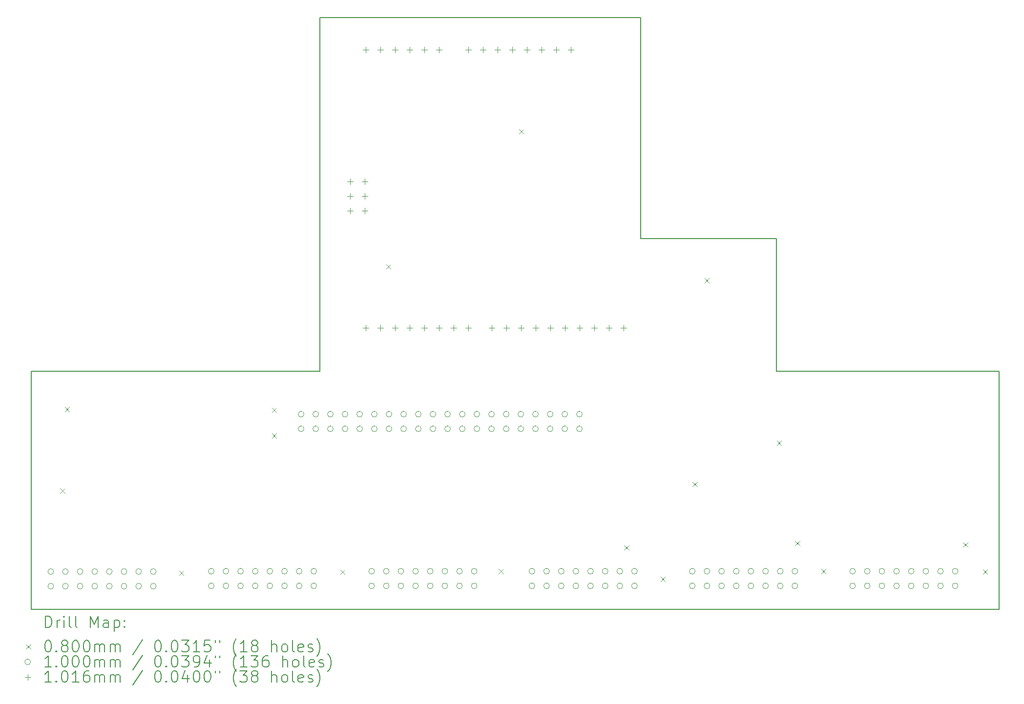
<source format=gbr>
%FSLAX45Y45*%
G04 Gerber Fmt 4.5, Leading zero omitted, Abs format (unit mm)*
G04 Created by KiCad (PCBNEW (6.0.6)) date 2023-08-29 14:41:22*
%MOMM*%
%LPD*%
G01*
G04 APERTURE LIST*
%TA.AperFunction,Profile*%
%ADD10C,0.200000*%
%TD*%
%ADD11C,0.200000*%
%ADD12C,0.080000*%
%ADD13C,0.100000*%
%ADD14C,0.101600*%
G04 APERTURE END LIST*
D10*
X12160000Y-5450000D02*
X12160000Y-1610000D01*
X12160000Y-1610000D02*
X6600000Y-1610000D01*
X14512000Y-7750000D02*
X14512000Y-5450000D01*
X14512000Y-5450000D02*
X12160000Y-5450000D01*
X6600000Y-7750000D02*
X6600000Y-1610000D01*
X18370000Y-11880000D02*
X1590000Y-11880000D01*
X18370000Y-11880000D02*
X18370000Y-7750000D01*
X18370000Y-7750000D02*
X14512000Y-7750000D01*
X1590000Y-11880000D02*
X1590000Y-7750000D01*
X6600000Y-7750000D02*
X1590000Y-7750000D01*
D11*
D12*
X2092500Y-9785000D02*
X2172500Y-9865000D01*
X2172500Y-9785000D02*
X2092500Y-9865000D01*
X2175000Y-8372500D02*
X2255000Y-8452500D01*
X2255000Y-8372500D02*
X2175000Y-8452500D01*
X4156000Y-11214000D02*
X4236000Y-11294000D01*
X4236000Y-11214000D02*
X4156000Y-11294000D01*
X5765000Y-8385000D02*
X5845000Y-8465000D01*
X5845000Y-8385000D02*
X5765000Y-8465000D01*
X5765000Y-8830000D02*
X5845000Y-8910000D01*
X5845000Y-8830000D02*
X5765000Y-8910000D01*
X6949000Y-11196000D02*
X7029000Y-11276000D01*
X7029000Y-11196000D02*
X6949000Y-11276000D01*
X7745000Y-5895000D02*
X7825000Y-5975000D01*
X7825000Y-5895000D02*
X7745000Y-5975000D01*
X9698000Y-11181000D02*
X9778000Y-11261000D01*
X9778000Y-11181000D02*
X9698000Y-11261000D01*
X10050000Y-3550000D02*
X10130000Y-3630000D01*
X10130000Y-3550000D02*
X10050000Y-3630000D01*
X11875000Y-10770000D02*
X11955000Y-10850000D01*
X11955000Y-10770000D02*
X11875000Y-10850000D01*
X12503000Y-11319000D02*
X12583000Y-11399000D01*
X12583000Y-11319000D02*
X12503000Y-11399000D01*
X13060000Y-9670000D02*
X13140000Y-9750000D01*
X13140000Y-9670000D02*
X13060000Y-9750000D01*
X13265000Y-6135000D02*
X13345000Y-6215000D01*
X13345000Y-6135000D02*
X13265000Y-6215000D01*
X14520000Y-8955000D02*
X14600000Y-9035000D01*
X14600000Y-8955000D02*
X14520000Y-9035000D01*
X14835000Y-10695000D02*
X14915000Y-10775000D01*
X14915000Y-10695000D02*
X14835000Y-10775000D01*
X15288000Y-11182000D02*
X15368000Y-11262000D01*
X15368000Y-11182000D02*
X15288000Y-11262000D01*
X17750000Y-10720000D02*
X17830000Y-10800000D01*
X17830000Y-10720000D02*
X17750000Y-10800000D01*
X18092000Y-11191000D02*
X18172000Y-11271000D01*
X18172000Y-11191000D02*
X18092000Y-11271000D01*
D13*
X1980500Y-11226000D02*
G75*
G03*
X1980500Y-11226000I-50000J0D01*
G01*
X1980500Y-11480000D02*
G75*
G03*
X1980500Y-11480000I-50000J0D01*
G01*
X2234500Y-11226000D02*
G75*
G03*
X2234500Y-11226000I-50000J0D01*
G01*
X2234500Y-11480000D02*
G75*
G03*
X2234500Y-11480000I-50000J0D01*
G01*
X2488500Y-11226000D02*
G75*
G03*
X2488500Y-11226000I-50000J0D01*
G01*
X2488500Y-11480000D02*
G75*
G03*
X2488500Y-11480000I-50000J0D01*
G01*
X2742500Y-11226000D02*
G75*
G03*
X2742500Y-11226000I-50000J0D01*
G01*
X2742500Y-11480000D02*
G75*
G03*
X2742500Y-11480000I-50000J0D01*
G01*
X2996500Y-11226000D02*
G75*
G03*
X2996500Y-11226000I-50000J0D01*
G01*
X2996500Y-11480000D02*
G75*
G03*
X2996500Y-11480000I-50000J0D01*
G01*
X3250500Y-11226000D02*
G75*
G03*
X3250500Y-11226000I-50000J0D01*
G01*
X3250500Y-11480000D02*
G75*
G03*
X3250500Y-11480000I-50000J0D01*
G01*
X3504500Y-11226000D02*
G75*
G03*
X3504500Y-11226000I-50000J0D01*
G01*
X3504500Y-11480000D02*
G75*
G03*
X3504500Y-11480000I-50000J0D01*
G01*
X3758500Y-11226000D02*
G75*
G03*
X3758500Y-11226000I-50000J0D01*
G01*
X3758500Y-11480000D02*
G75*
G03*
X3758500Y-11480000I-50000J0D01*
G01*
X4763500Y-11221000D02*
G75*
G03*
X4763500Y-11221000I-50000J0D01*
G01*
X4763500Y-11475000D02*
G75*
G03*
X4763500Y-11475000I-50000J0D01*
G01*
X5017500Y-11221000D02*
G75*
G03*
X5017500Y-11221000I-50000J0D01*
G01*
X5017500Y-11475000D02*
G75*
G03*
X5017500Y-11475000I-50000J0D01*
G01*
X5271500Y-11221000D02*
G75*
G03*
X5271500Y-11221000I-50000J0D01*
G01*
X5271500Y-11475000D02*
G75*
G03*
X5271500Y-11475000I-50000J0D01*
G01*
X5525500Y-11221000D02*
G75*
G03*
X5525500Y-11221000I-50000J0D01*
G01*
X5525500Y-11475000D02*
G75*
G03*
X5525500Y-11475000I-50000J0D01*
G01*
X5779500Y-11221000D02*
G75*
G03*
X5779500Y-11221000I-50000J0D01*
G01*
X5779500Y-11475000D02*
G75*
G03*
X5779500Y-11475000I-50000J0D01*
G01*
X6033500Y-11221000D02*
G75*
G03*
X6033500Y-11221000I-50000J0D01*
G01*
X6033500Y-11475000D02*
G75*
G03*
X6033500Y-11475000I-50000J0D01*
G01*
X6287500Y-11221000D02*
G75*
G03*
X6287500Y-11221000I-50000J0D01*
G01*
X6287500Y-11475000D02*
G75*
G03*
X6287500Y-11475000I-50000J0D01*
G01*
X6321000Y-8495000D02*
G75*
G03*
X6321000Y-8495000I-50000J0D01*
G01*
X6321000Y-8749000D02*
G75*
G03*
X6321000Y-8749000I-50000J0D01*
G01*
X6541500Y-11221000D02*
G75*
G03*
X6541500Y-11221000I-50000J0D01*
G01*
X6541500Y-11475000D02*
G75*
G03*
X6541500Y-11475000I-50000J0D01*
G01*
X6575000Y-8495000D02*
G75*
G03*
X6575000Y-8495000I-50000J0D01*
G01*
X6575000Y-8749000D02*
G75*
G03*
X6575000Y-8749000I-50000J0D01*
G01*
X6829000Y-8495000D02*
G75*
G03*
X6829000Y-8495000I-50000J0D01*
G01*
X6829000Y-8749000D02*
G75*
G03*
X6829000Y-8749000I-50000J0D01*
G01*
X7083000Y-8495000D02*
G75*
G03*
X7083000Y-8495000I-50000J0D01*
G01*
X7083000Y-8749000D02*
G75*
G03*
X7083000Y-8749000I-50000J0D01*
G01*
X7337000Y-8495000D02*
G75*
G03*
X7337000Y-8495000I-50000J0D01*
G01*
X7337000Y-8749000D02*
G75*
G03*
X7337000Y-8749000I-50000J0D01*
G01*
X7543500Y-11221000D02*
G75*
G03*
X7543500Y-11221000I-50000J0D01*
G01*
X7543500Y-11475000D02*
G75*
G03*
X7543500Y-11475000I-50000J0D01*
G01*
X7591000Y-8495000D02*
G75*
G03*
X7591000Y-8495000I-50000J0D01*
G01*
X7591000Y-8749000D02*
G75*
G03*
X7591000Y-8749000I-50000J0D01*
G01*
X7797500Y-11221000D02*
G75*
G03*
X7797500Y-11221000I-50000J0D01*
G01*
X7797500Y-11475000D02*
G75*
G03*
X7797500Y-11475000I-50000J0D01*
G01*
X7845000Y-8495000D02*
G75*
G03*
X7845000Y-8495000I-50000J0D01*
G01*
X7845000Y-8749000D02*
G75*
G03*
X7845000Y-8749000I-50000J0D01*
G01*
X8051500Y-11221000D02*
G75*
G03*
X8051500Y-11221000I-50000J0D01*
G01*
X8051500Y-11475000D02*
G75*
G03*
X8051500Y-11475000I-50000J0D01*
G01*
X8099000Y-8495000D02*
G75*
G03*
X8099000Y-8495000I-50000J0D01*
G01*
X8099000Y-8749000D02*
G75*
G03*
X8099000Y-8749000I-50000J0D01*
G01*
X8305500Y-11221000D02*
G75*
G03*
X8305500Y-11221000I-50000J0D01*
G01*
X8305500Y-11475000D02*
G75*
G03*
X8305500Y-11475000I-50000J0D01*
G01*
X8353000Y-8495000D02*
G75*
G03*
X8353000Y-8495000I-50000J0D01*
G01*
X8353000Y-8749000D02*
G75*
G03*
X8353000Y-8749000I-50000J0D01*
G01*
X8559500Y-11221000D02*
G75*
G03*
X8559500Y-11221000I-50000J0D01*
G01*
X8559500Y-11475000D02*
G75*
G03*
X8559500Y-11475000I-50000J0D01*
G01*
X8607000Y-8495000D02*
G75*
G03*
X8607000Y-8495000I-50000J0D01*
G01*
X8607000Y-8749000D02*
G75*
G03*
X8607000Y-8749000I-50000J0D01*
G01*
X8813500Y-11221000D02*
G75*
G03*
X8813500Y-11221000I-50000J0D01*
G01*
X8813500Y-11475000D02*
G75*
G03*
X8813500Y-11475000I-50000J0D01*
G01*
X8861000Y-8495000D02*
G75*
G03*
X8861000Y-8495000I-50000J0D01*
G01*
X8861000Y-8749000D02*
G75*
G03*
X8861000Y-8749000I-50000J0D01*
G01*
X9067500Y-11221000D02*
G75*
G03*
X9067500Y-11221000I-50000J0D01*
G01*
X9067500Y-11475000D02*
G75*
G03*
X9067500Y-11475000I-50000J0D01*
G01*
X9115000Y-8495000D02*
G75*
G03*
X9115000Y-8495000I-50000J0D01*
G01*
X9115000Y-8749000D02*
G75*
G03*
X9115000Y-8749000I-50000J0D01*
G01*
X9321500Y-11221000D02*
G75*
G03*
X9321500Y-11221000I-50000J0D01*
G01*
X9321500Y-11475000D02*
G75*
G03*
X9321500Y-11475000I-50000J0D01*
G01*
X9369000Y-8495000D02*
G75*
G03*
X9369000Y-8495000I-50000J0D01*
G01*
X9369000Y-8749000D02*
G75*
G03*
X9369000Y-8749000I-50000J0D01*
G01*
X9623000Y-8495000D02*
G75*
G03*
X9623000Y-8495000I-50000J0D01*
G01*
X9623000Y-8749000D02*
G75*
G03*
X9623000Y-8749000I-50000J0D01*
G01*
X9877000Y-8495000D02*
G75*
G03*
X9877000Y-8495000I-50000J0D01*
G01*
X9877000Y-8749000D02*
G75*
G03*
X9877000Y-8749000I-50000J0D01*
G01*
X10131000Y-8495000D02*
G75*
G03*
X10131000Y-8495000I-50000J0D01*
G01*
X10131000Y-8749000D02*
G75*
G03*
X10131000Y-8749000I-50000J0D01*
G01*
X10323500Y-11221000D02*
G75*
G03*
X10323500Y-11221000I-50000J0D01*
G01*
X10323500Y-11475000D02*
G75*
G03*
X10323500Y-11475000I-50000J0D01*
G01*
X10385000Y-8495000D02*
G75*
G03*
X10385000Y-8495000I-50000J0D01*
G01*
X10385000Y-8749000D02*
G75*
G03*
X10385000Y-8749000I-50000J0D01*
G01*
X10577500Y-11221000D02*
G75*
G03*
X10577500Y-11221000I-50000J0D01*
G01*
X10577500Y-11475000D02*
G75*
G03*
X10577500Y-11475000I-50000J0D01*
G01*
X10639000Y-8495000D02*
G75*
G03*
X10639000Y-8495000I-50000J0D01*
G01*
X10639000Y-8749000D02*
G75*
G03*
X10639000Y-8749000I-50000J0D01*
G01*
X10831500Y-11221000D02*
G75*
G03*
X10831500Y-11221000I-50000J0D01*
G01*
X10831500Y-11475000D02*
G75*
G03*
X10831500Y-11475000I-50000J0D01*
G01*
X10893000Y-8495000D02*
G75*
G03*
X10893000Y-8495000I-50000J0D01*
G01*
X10893000Y-8749000D02*
G75*
G03*
X10893000Y-8749000I-50000J0D01*
G01*
X11085500Y-11221000D02*
G75*
G03*
X11085500Y-11221000I-50000J0D01*
G01*
X11085500Y-11475000D02*
G75*
G03*
X11085500Y-11475000I-50000J0D01*
G01*
X11147000Y-8495000D02*
G75*
G03*
X11147000Y-8495000I-50000J0D01*
G01*
X11147000Y-8749000D02*
G75*
G03*
X11147000Y-8749000I-50000J0D01*
G01*
X11339500Y-11221000D02*
G75*
G03*
X11339500Y-11221000I-50000J0D01*
G01*
X11339500Y-11475000D02*
G75*
G03*
X11339500Y-11475000I-50000J0D01*
G01*
X11593500Y-11221000D02*
G75*
G03*
X11593500Y-11221000I-50000J0D01*
G01*
X11593500Y-11475000D02*
G75*
G03*
X11593500Y-11475000I-50000J0D01*
G01*
X11847500Y-11221000D02*
G75*
G03*
X11847500Y-11221000I-50000J0D01*
G01*
X11847500Y-11475000D02*
G75*
G03*
X11847500Y-11475000I-50000J0D01*
G01*
X12101500Y-11221000D02*
G75*
G03*
X12101500Y-11221000I-50000J0D01*
G01*
X12101500Y-11475000D02*
G75*
G03*
X12101500Y-11475000I-50000J0D01*
G01*
X13103500Y-11221000D02*
G75*
G03*
X13103500Y-11221000I-50000J0D01*
G01*
X13103500Y-11475000D02*
G75*
G03*
X13103500Y-11475000I-50000J0D01*
G01*
X13357500Y-11221000D02*
G75*
G03*
X13357500Y-11221000I-50000J0D01*
G01*
X13357500Y-11475000D02*
G75*
G03*
X13357500Y-11475000I-50000J0D01*
G01*
X13611500Y-11221000D02*
G75*
G03*
X13611500Y-11221000I-50000J0D01*
G01*
X13611500Y-11475000D02*
G75*
G03*
X13611500Y-11475000I-50000J0D01*
G01*
X13865500Y-11221000D02*
G75*
G03*
X13865500Y-11221000I-50000J0D01*
G01*
X13865500Y-11475000D02*
G75*
G03*
X13865500Y-11475000I-50000J0D01*
G01*
X14119500Y-11221000D02*
G75*
G03*
X14119500Y-11221000I-50000J0D01*
G01*
X14119500Y-11475000D02*
G75*
G03*
X14119500Y-11475000I-50000J0D01*
G01*
X14373500Y-11221000D02*
G75*
G03*
X14373500Y-11221000I-50000J0D01*
G01*
X14373500Y-11475000D02*
G75*
G03*
X14373500Y-11475000I-50000J0D01*
G01*
X14627500Y-11221000D02*
G75*
G03*
X14627500Y-11221000I-50000J0D01*
G01*
X14627500Y-11475000D02*
G75*
G03*
X14627500Y-11475000I-50000J0D01*
G01*
X14881500Y-11221000D02*
G75*
G03*
X14881500Y-11221000I-50000J0D01*
G01*
X14881500Y-11475000D02*
G75*
G03*
X14881500Y-11475000I-50000J0D01*
G01*
X15883500Y-11221000D02*
G75*
G03*
X15883500Y-11221000I-50000J0D01*
G01*
X15883500Y-11475000D02*
G75*
G03*
X15883500Y-11475000I-50000J0D01*
G01*
X16137500Y-11221000D02*
G75*
G03*
X16137500Y-11221000I-50000J0D01*
G01*
X16137500Y-11475000D02*
G75*
G03*
X16137500Y-11475000I-50000J0D01*
G01*
X16391500Y-11221000D02*
G75*
G03*
X16391500Y-11221000I-50000J0D01*
G01*
X16391500Y-11475000D02*
G75*
G03*
X16391500Y-11475000I-50000J0D01*
G01*
X16645500Y-11221000D02*
G75*
G03*
X16645500Y-11221000I-50000J0D01*
G01*
X16645500Y-11475000D02*
G75*
G03*
X16645500Y-11475000I-50000J0D01*
G01*
X16899500Y-11221000D02*
G75*
G03*
X16899500Y-11221000I-50000J0D01*
G01*
X16899500Y-11475000D02*
G75*
G03*
X16899500Y-11475000I-50000J0D01*
G01*
X17153500Y-11221000D02*
G75*
G03*
X17153500Y-11221000I-50000J0D01*
G01*
X17153500Y-11475000D02*
G75*
G03*
X17153500Y-11475000I-50000J0D01*
G01*
X17407500Y-11221000D02*
G75*
G03*
X17407500Y-11221000I-50000J0D01*
G01*
X17407500Y-11475000D02*
G75*
G03*
X17407500Y-11475000I-50000J0D01*
G01*
X17661500Y-11221000D02*
G75*
G03*
X17661500Y-11221000I-50000J0D01*
G01*
X17661500Y-11475000D02*
G75*
G03*
X17661500Y-11475000I-50000J0D01*
G01*
D14*
X7122160Y-4404360D02*
X7122160Y-4505960D01*
X7071360Y-4455160D02*
X7172960Y-4455160D01*
X7122160Y-4658360D02*
X7122160Y-4759960D01*
X7071360Y-4709160D02*
X7172960Y-4709160D01*
X7122160Y-4912360D02*
X7122160Y-5013960D01*
X7071360Y-4963160D02*
X7172960Y-4963160D01*
X7376160Y-4404360D02*
X7376160Y-4505960D01*
X7325360Y-4455160D02*
X7426960Y-4455160D01*
X7376160Y-4658360D02*
X7376160Y-4759960D01*
X7325360Y-4709160D02*
X7426960Y-4709160D01*
X7376160Y-4912360D02*
X7376160Y-5013960D01*
X7325360Y-4963160D02*
X7426960Y-4963160D01*
X7388860Y-2118360D02*
X7388860Y-2219960D01*
X7338060Y-2169160D02*
X7439660Y-2169160D01*
X7388860Y-6944360D02*
X7388860Y-7045960D01*
X7338060Y-6995160D02*
X7439660Y-6995160D01*
X7642860Y-2118360D02*
X7642860Y-2219960D01*
X7592060Y-2169160D02*
X7693660Y-2169160D01*
X7642860Y-6944360D02*
X7642860Y-7045960D01*
X7592060Y-6995160D02*
X7693660Y-6995160D01*
X7896860Y-2118360D02*
X7896860Y-2219960D01*
X7846060Y-2169160D02*
X7947660Y-2169160D01*
X7896860Y-6944360D02*
X7896860Y-7045960D01*
X7846060Y-6995160D02*
X7947660Y-6995160D01*
X8150860Y-2118360D02*
X8150860Y-2219960D01*
X8100060Y-2169160D02*
X8201660Y-2169160D01*
X8150860Y-6944360D02*
X8150860Y-7045960D01*
X8100060Y-6995160D02*
X8201660Y-6995160D01*
X8404860Y-2118360D02*
X8404860Y-2219960D01*
X8354060Y-2169160D02*
X8455660Y-2169160D01*
X8404860Y-6944360D02*
X8404860Y-7045960D01*
X8354060Y-6995160D02*
X8455660Y-6995160D01*
X8658860Y-2118360D02*
X8658860Y-2219960D01*
X8608060Y-2169160D02*
X8709660Y-2169160D01*
X8658860Y-6944360D02*
X8658860Y-7045960D01*
X8608060Y-6995160D02*
X8709660Y-6995160D01*
X8912860Y-6944360D02*
X8912860Y-7045960D01*
X8862060Y-6995160D02*
X8963660Y-6995160D01*
X9166860Y-2118360D02*
X9166860Y-2219960D01*
X9116060Y-2169160D02*
X9217660Y-2169160D01*
X9166860Y-6944360D02*
X9166860Y-7045960D01*
X9116060Y-6995160D02*
X9217660Y-6995160D01*
X9420860Y-2118360D02*
X9420860Y-2219960D01*
X9370060Y-2169160D02*
X9471660Y-2169160D01*
X9573260Y-6944360D02*
X9573260Y-7045960D01*
X9522460Y-6995160D02*
X9624060Y-6995160D01*
X9674860Y-2118360D02*
X9674860Y-2219960D01*
X9624060Y-2169160D02*
X9725660Y-2169160D01*
X9827260Y-6944360D02*
X9827260Y-7045960D01*
X9776460Y-6995160D02*
X9878060Y-6995160D01*
X9928860Y-2118360D02*
X9928860Y-2219960D01*
X9878060Y-2169160D02*
X9979660Y-2169160D01*
X10081260Y-6944360D02*
X10081260Y-7045960D01*
X10030460Y-6995160D02*
X10132060Y-6995160D01*
X10182860Y-2118360D02*
X10182860Y-2219960D01*
X10132060Y-2169160D02*
X10233660Y-2169160D01*
X10335260Y-6944360D02*
X10335260Y-7045960D01*
X10284460Y-6995160D02*
X10386060Y-6995160D01*
X10436860Y-2118360D02*
X10436860Y-2219960D01*
X10386060Y-2169160D02*
X10487660Y-2169160D01*
X10589260Y-6944360D02*
X10589260Y-7045960D01*
X10538460Y-6995160D02*
X10640060Y-6995160D01*
X10690860Y-2118360D02*
X10690860Y-2219960D01*
X10640060Y-2169160D02*
X10741660Y-2169160D01*
X10843260Y-6944360D02*
X10843260Y-7045960D01*
X10792460Y-6995160D02*
X10894060Y-6995160D01*
X10944860Y-2118360D02*
X10944860Y-2219960D01*
X10894060Y-2169160D02*
X10995660Y-2169160D01*
X11097260Y-6944360D02*
X11097260Y-7045960D01*
X11046460Y-6995160D02*
X11148060Y-6995160D01*
X11351260Y-6944360D02*
X11351260Y-7045960D01*
X11300460Y-6995160D02*
X11402060Y-6995160D01*
X11605260Y-6944360D02*
X11605260Y-7045960D01*
X11554460Y-6995160D02*
X11656060Y-6995160D01*
X11859260Y-6944360D02*
X11859260Y-7045960D01*
X11808460Y-6995160D02*
X11910060Y-6995160D01*
D11*
X1837619Y-12200476D02*
X1837619Y-12000476D01*
X1885238Y-12000476D01*
X1913809Y-12010000D01*
X1932857Y-12029048D01*
X1942381Y-12048095D01*
X1951905Y-12086190D01*
X1951905Y-12114762D01*
X1942381Y-12152857D01*
X1932857Y-12171905D01*
X1913809Y-12190952D01*
X1885238Y-12200476D01*
X1837619Y-12200476D01*
X2037619Y-12200476D02*
X2037619Y-12067143D01*
X2037619Y-12105238D02*
X2047143Y-12086190D01*
X2056667Y-12076667D01*
X2075714Y-12067143D01*
X2094762Y-12067143D01*
X2161429Y-12200476D02*
X2161429Y-12067143D01*
X2161429Y-12000476D02*
X2151905Y-12010000D01*
X2161429Y-12019524D01*
X2170952Y-12010000D01*
X2161429Y-12000476D01*
X2161429Y-12019524D01*
X2285238Y-12200476D02*
X2266190Y-12190952D01*
X2256667Y-12171905D01*
X2256667Y-12000476D01*
X2390000Y-12200476D02*
X2370952Y-12190952D01*
X2361429Y-12171905D01*
X2361429Y-12000476D01*
X2618571Y-12200476D02*
X2618571Y-12000476D01*
X2685238Y-12143333D01*
X2751905Y-12000476D01*
X2751905Y-12200476D01*
X2932857Y-12200476D02*
X2932857Y-12095714D01*
X2923333Y-12076667D01*
X2904286Y-12067143D01*
X2866190Y-12067143D01*
X2847143Y-12076667D01*
X2932857Y-12190952D02*
X2913809Y-12200476D01*
X2866190Y-12200476D01*
X2847143Y-12190952D01*
X2837619Y-12171905D01*
X2837619Y-12152857D01*
X2847143Y-12133809D01*
X2866190Y-12124286D01*
X2913809Y-12124286D01*
X2932857Y-12114762D01*
X3028095Y-12067143D02*
X3028095Y-12267143D01*
X3028095Y-12076667D02*
X3047143Y-12067143D01*
X3085238Y-12067143D01*
X3104286Y-12076667D01*
X3113809Y-12086190D01*
X3123333Y-12105238D01*
X3123333Y-12162381D01*
X3113809Y-12181428D01*
X3104286Y-12190952D01*
X3085238Y-12200476D01*
X3047143Y-12200476D01*
X3028095Y-12190952D01*
X3209048Y-12181428D02*
X3218571Y-12190952D01*
X3209048Y-12200476D01*
X3199524Y-12190952D01*
X3209048Y-12181428D01*
X3209048Y-12200476D01*
X3209048Y-12076667D02*
X3218571Y-12086190D01*
X3209048Y-12095714D01*
X3199524Y-12086190D01*
X3209048Y-12076667D01*
X3209048Y-12095714D01*
D12*
X1500000Y-12490000D02*
X1580000Y-12570000D01*
X1580000Y-12490000D02*
X1500000Y-12570000D01*
D11*
X1875714Y-12420476D02*
X1894762Y-12420476D01*
X1913809Y-12430000D01*
X1923333Y-12439524D01*
X1932857Y-12458571D01*
X1942381Y-12496667D01*
X1942381Y-12544286D01*
X1932857Y-12582381D01*
X1923333Y-12601428D01*
X1913809Y-12610952D01*
X1894762Y-12620476D01*
X1875714Y-12620476D01*
X1856667Y-12610952D01*
X1847143Y-12601428D01*
X1837619Y-12582381D01*
X1828095Y-12544286D01*
X1828095Y-12496667D01*
X1837619Y-12458571D01*
X1847143Y-12439524D01*
X1856667Y-12430000D01*
X1875714Y-12420476D01*
X2028095Y-12601428D02*
X2037619Y-12610952D01*
X2028095Y-12620476D01*
X2018571Y-12610952D01*
X2028095Y-12601428D01*
X2028095Y-12620476D01*
X2151905Y-12506190D02*
X2132857Y-12496667D01*
X2123333Y-12487143D01*
X2113810Y-12468095D01*
X2113810Y-12458571D01*
X2123333Y-12439524D01*
X2132857Y-12430000D01*
X2151905Y-12420476D01*
X2190000Y-12420476D01*
X2209048Y-12430000D01*
X2218571Y-12439524D01*
X2228095Y-12458571D01*
X2228095Y-12468095D01*
X2218571Y-12487143D01*
X2209048Y-12496667D01*
X2190000Y-12506190D01*
X2151905Y-12506190D01*
X2132857Y-12515714D01*
X2123333Y-12525238D01*
X2113810Y-12544286D01*
X2113810Y-12582381D01*
X2123333Y-12601428D01*
X2132857Y-12610952D01*
X2151905Y-12620476D01*
X2190000Y-12620476D01*
X2209048Y-12610952D01*
X2218571Y-12601428D01*
X2228095Y-12582381D01*
X2228095Y-12544286D01*
X2218571Y-12525238D01*
X2209048Y-12515714D01*
X2190000Y-12506190D01*
X2351905Y-12420476D02*
X2370952Y-12420476D01*
X2390000Y-12430000D01*
X2399524Y-12439524D01*
X2409048Y-12458571D01*
X2418571Y-12496667D01*
X2418571Y-12544286D01*
X2409048Y-12582381D01*
X2399524Y-12601428D01*
X2390000Y-12610952D01*
X2370952Y-12620476D01*
X2351905Y-12620476D01*
X2332857Y-12610952D01*
X2323333Y-12601428D01*
X2313810Y-12582381D01*
X2304286Y-12544286D01*
X2304286Y-12496667D01*
X2313810Y-12458571D01*
X2323333Y-12439524D01*
X2332857Y-12430000D01*
X2351905Y-12420476D01*
X2542381Y-12420476D02*
X2561429Y-12420476D01*
X2580476Y-12430000D01*
X2590000Y-12439524D01*
X2599524Y-12458571D01*
X2609048Y-12496667D01*
X2609048Y-12544286D01*
X2599524Y-12582381D01*
X2590000Y-12601428D01*
X2580476Y-12610952D01*
X2561429Y-12620476D01*
X2542381Y-12620476D01*
X2523333Y-12610952D01*
X2513810Y-12601428D01*
X2504286Y-12582381D01*
X2494762Y-12544286D01*
X2494762Y-12496667D01*
X2504286Y-12458571D01*
X2513810Y-12439524D01*
X2523333Y-12430000D01*
X2542381Y-12420476D01*
X2694762Y-12620476D02*
X2694762Y-12487143D01*
X2694762Y-12506190D02*
X2704286Y-12496667D01*
X2723333Y-12487143D01*
X2751905Y-12487143D01*
X2770952Y-12496667D01*
X2780476Y-12515714D01*
X2780476Y-12620476D01*
X2780476Y-12515714D02*
X2790000Y-12496667D01*
X2809048Y-12487143D01*
X2837619Y-12487143D01*
X2856667Y-12496667D01*
X2866190Y-12515714D01*
X2866190Y-12620476D01*
X2961428Y-12620476D02*
X2961428Y-12487143D01*
X2961428Y-12506190D02*
X2970952Y-12496667D01*
X2990000Y-12487143D01*
X3018571Y-12487143D01*
X3037619Y-12496667D01*
X3047143Y-12515714D01*
X3047143Y-12620476D01*
X3047143Y-12515714D02*
X3056667Y-12496667D01*
X3075714Y-12487143D01*
X3104286Y-12487143D01*
X3123333Y-12496667D01*
X3132857Y-12515714D01*
X3132857Y-12620476D01*
X3523333Y-12410952D02*
X3351905Y-12668095D01*
X3780476Y-12420476D02*
X3799524Y-12420476D01*
X3818571Y-12430000D01*
X3828095Y-12439524D01*
X3837619Y-12458571D01*
X3847143Y-12496667D01*
X3847143Y-12544286D01*
X3837619Y-12582381D01*
X3828095Y-12601428D01*
X3818571Y-12610952D01*
X3799524Y-12620476D01*
X3780476Y-12620476D01*
X3761428Y-12610952D01*
X3751905Y-12601428D01*
X3742381Y-12582381D01*
X3732857Y-12544286D01*
X3732857Y-12496667D01*
X3742381Y-12458571D01*
X3751905Y-12439524D01*
X3761428Y-12430000D01*
X3780476Y-12420476D01*
X3932857Y-12601428D02*
X3942381Y-12610952D01*
X3932857Y-12620476D01*
X3923333Y-12610952D01*
X3932857Y-12601428D01*
X3932857Y-12620476D01*
X4066190Y-12420476D02*
X4085238Y-12420476D01*
X4104286Y-12430000D01*
X4113809Y-12439524D01*
X4123333Y-12458571D01*
X4132857Y-12496667D01*
X4132857Y-12544286D01*
X4123333Y-12582381D01*
X4113809Y-12601428D01*
X4104286Y-12610952D01*
X4085238Y-12620476D01*
X4066190Y-12620476D01*
X4047143Y-12610952D01*
X4037619Y-12601428D01*
X4028095Y-12582381D01*
X4018571Y-12544286D01*
X4018571Y-12496667D01*
X4028095Y-12458571D01*
X4037619Y-12439524D01*
X4047143Y-12430000D01*
X4066190Y-12420476D01*
X4199524Y-12420476D02*
X4323333Y-12420476D01*
X4256667Y-12496667D01*
X4285238Y-12496667D01*
X4304286Y-12506190D01*
X4313810Y-12515714D01*
X4323333Y-12534762D01*
X4323333Y-12582381D01*
X4313810Y-12601428D01*
X4304286Y-12610952D01*
X4285238Y-12620476D01*
X4228095Y-12620476D01*
X4209048Y-12610952D01*
X4199524Y-12601428D01*
X4513810Y-12620476D02*
X4399524Y-12620476D01*
X4456667Y-12620476D02*
X4456667Y-12420476D01*
X4437619Y-12449048D01*
X4418571Y-12468095D01*
X4399524Y-12477619D01*
X4694762Y-12420476D02*
X4599524Y-12420476D01*
X4590000Y-12515714D01*
X4599524Y-12506190D01*
X4618571Y-12496667D01*
X4666190Y-12496667D01*
X4685238Y-12506190D01*
X4694762Y-12515714D01*
X4704286Y-12534762D01*
X4704286Y-12582381D01*
X4694762Y-12601428D01*
X4685238Y-12610952D01*
X4666190Y-12620476D01*
X4618571Y-12620476D01*
X4599524Y-12610952D01*
X4590000Y-12601428D01*
X4780476Y-12420476D02*
X4780476Y-12458571D01*
X4856667Y-12420476D02*
X4856667Y-12458571D01*
X5151905Y-12696667D02*
X5142381Y-12687143D01*
X5123333Y-12658571D01*
X5113810Y-12639524D01*
X5104286Y-12610952D01*
X5094762Y-12563333D01*
X5094762Y-12525238D01*
X5104286Y-12477619D01*
X5113810Y-12449048D01*
X5123333Y-12430000D01*
X5142381Y-12401428D01*
X5151905Y-12391905D01*
X5332857Y-12620476D02*
X5218571Y-12620476D01*
X5275714Y-12620476D02*
X5275714Y-12420476D01*
X5256667Y-12449048D01*
X5237619Y-12468095D01*
X5218571Y-12477619D01*
X5447143Y-12506190D02*
X5428095Y-12496667D01*
X5418571Y-12487143D01*
X5409048Y-12468095D01*
X5409048Y-12458571D01*
X5418571Y-12439524D01*
X5428095Y-12430000D01*
X5447143Y-12420476D01*
X5485238Y-12420476D01*
X5504286Y-12430000D01*
X5513810Y-12439524D01*
X5523333Y-12458571D01*
X5523333Y-12468095D01*
X5513810Y-12487143D01*
X5504286Y-12496667D01*
X5485238Y-12506190D01*
X5447143Y-12506190D01*
X5428095Y-12515714D01*
X5418571Y-12525238D01*
X5409048Y-12544286D01*
X5409048Y-12582381D01*
X5418571Y-12601428D01*
X5428095Y-12610952D01*
X5447143Y-12620476D01*
X5485238Y-12620476D01*
X5504286Y-12610952D01*
X5513810Y-12601428D01*
X5523333Y-12582381D01*
X5523333Y-12544286D01*
X5513810Y-12525238D01*
X5504286Y-12515714D01*
X5485238Y-12506190D01*
X5761428Y-12620476D02*
X5761428Y-12420476D01*
X5847143Y-12620476D02*
X5847143Y-12515714D01*
X5837619Y-12496667D01*
X5818571Y-12487143D01*
X5790000Y-12487143D01*
X5770952Y-12496667D01*
X5761428Y-12506190D01*
X5970952Y-12620476D02*
X5951905Y-12610952D01*
X5942381Y-12601428D01*
X5932857Y-12582381D01*
X5932857Y-12525238D01*
X5942381Y-12506190D01*
X5951905Y-12496667D01*
X5970952Y-12487143D01*
X5999524Y-12487143D01*
X6018571Y-12496667D01*
X6028095Y-12506190D01*
X6037619Y-12525238D01*
X6037619Y-12582381D01*
X6028095Y-12601428D01*
X6018571Y-12610952D01*
X5999524Y-12620476D01*
X5970952Y-12620476D01*
X6151905Y-12620476D02*
X6132857Y-12610952D01*
X6123333Y-12591905D01*
X6123333Y-12420476D01*
X6304286Y-12610952D02*
X6285238Y-12620476D01*
X6247143Y-12620476D01*
X6228095Y-12610952D01*
X6218571Y-12591905D01*
X6218571Y-12515714D01*
X6228095Y-12496667D01*
X6247143Y-12487143D01*
X6285238Y-12487143D01*
X6304286Y-12496667D01*
X6313809Y-12515714D01*
X6313809Y-12534762D01*
X6218571Y-12553809D01*
X6390000Y-12610952D02*
X6409048Y-12620476D01*
X6447143Y-12620476D01*
X6466190Y-12610952D01*
X6475714Y-12591905D01*
X6475714Y-12582381D01*
X6466190Y-12563333D01*
X6447143Y-12553809D01*
X6418571Y-12553809D01*
X6399524Y-12544286D01*
X6390000Y-12525238D01*
X6390000Y-12515714D01*
X6399524Y-12496667D01*
X6418571Y-12487143D01*
X6447143Y-12487143D01*
X6466190Y-12496667D01*
X6542381Y-12696667D02*
X6551905Y-12687143D01*
X6570952Y-12658571D01*
X6580476Y-12639524D01*
X6590000Y-12610952D01*
X6599524Y-12563333D01*
X6599524Y-12525238D01*
X6590000Y-12477619D01*
X6580476Y-12449048D01*
X6570952Y-12430000D01*
X6551905Y-12401428D01*
X6542381Y-12391905D01*
D13*
X1580000Y-12794000D02*
G75*
G03*
X1580000Y-12794000I-50000J0D01*
G01*
D11*
X1942381Y-12884476D02*
X1828095Y-12884476D01*
X1885238Y-12884476D02*
X1885238Y-12684476D01*
X1866190Y-12713048D01*
X1847143Y-12732095D01*
X1828095Y-12741619D01*
X2028095Y-12865428D02*
X2037619Y-12874952D01*
X2028095Y-12884476D01*
X2018571Y-12874952D01*
X2028095Y-12865428D01*
X2028095Y-12884476D01*
X2161429Y-12684476D02*
X2180476Y-12684476D01*
X2199524Y-12694000D01*
X2209048Y-12703524D01*
X2218571Y-12722571D01*
X2228095Y-12760667D01*
X2228095Y-12808286D01*
X2218571Y-12846381D01*
X2209048Y-12865428D01*
X2199524Y-12874952D01*
X2180476Y-12884476D01*
X2161429Y-12884476D01*
X2142381Y-12874952D01*
X2132857Y-12865428D01*
X2123333Y-12846381D01*
X2113810Y-12808286D01*
X2113810Y-12760667D01*
X2123333Y-12722571D01*
X2132857Y-12703524D01*
X2142381Y-12694000D01*
X2161429Y-12684476D01*
X2351905Y-12684476D02*
X2370952Y-12684476D01*
X2390000Y-12694000D01*
X2399524Y-12703524D01*
X2409048Y-12722571D01*
X2418571Y-12760667D01*
X2418571Y-12808286D01*
X2409048Y-12846381D01*
X2399524Y-12865428D01*
X2390000Y-12874952D01*
X2370952Y-12884476D01*
X2351905Y-12884476D01*
X2332857Y-12874952D01*
X2323333Y-12865428D01*
X2313810Y-12846381D01*
X2304286Y-12808286D01*
X2304286Y-12760667D01*
X2313810Y-12722571D01*
X2323333Y-12703524D01*
X2332857Y-12694000D01*
X2351905Y-12684476D01*
X2542381Y-12684476D02*
X2561429Y-12684476D01*
X2580476Y-12694000D01*
X2590000Y-12703524D01*
X2599524Y-12722571D01*
X2609048Y-12760667D01*
X2609048Y-12808286D01*
X2599524Y-12846381D01*
X2590000Y-12865428D01*
X2580476Y-12874952D01*
X2561429Y-12884476D01*
X2542381Y-12884476D01*
X2523333Y-12874952D01*
X2513810Y-12865428D01*
X2504286Y-12846381D01*
X2494762Y-12808286D01*
X2494762Y-12760667D01*
X2504286Y-12722571D01*
X2513810Y-12703524D01*
X2523333Y-12694000D01*
X2542381Y-12684476D01*
X2694762Y-12884476D02*
X2694762Y-12751143D01*
X2694762Y-12770190D02*
X2704286Y-12760667D01*
X2723333Y-12751143D01*
X2751905Y-12751143D01*
X2770952Y-12760667D01*
X2780476Y-12779714D01*
X2780476Y-12884476D01*
X2780476Y-12779714D02*
X2790000Y-12760667D01*
X2809048Y-12751143D01*
X2837619Y-12751143D01*
X2856667Y-12760667D01*
X2866190Y-12779714D01*
X2866190Y-12884476D01*
X2961428Y-12884476D02*
X2961428Y-12751143D01*
X2961428Y-12770190D02*
X2970952Y-12760667D01*
X2990000Y-12751143D01*
X3018571Y-12751143D01*
X3037619Y-12760667D01*
X3047143Y-12779714D01*
X3047143Y-12884476D01*
X3047143Y-12779714D02*
X3056667Y-12760667D01*
X3075714Y-12751143D01*
X3104286Y-12751143D01*
X3123333Y-12760667D01*
X3132857Y-12779714D01*
X3132857Y-12884476D01*
X3523333Y-12674952D02*
X3351905Y-12932095D01*
X3780476Y-12684476D02*
X3799524Y-12684476D01*
X3818571Y-12694000D01*
X3828095Y-12703524D01*
X3837619Y-12722571D01*
X3847143Y-12760667D01*
X3847143Y-12808286D01*
X3837619Y-12846381D01*
X3828095Y-12865428D01*
X3818571Y-12874952D01*
X3799524Y-12884476D01*
X3780476Y-12884476D01*
X3761428Y-12874952D01*
X3751905Y-12865428D01*
X3742381Y-12846381D01*
X3732857Y-12808286D01*
X3732857Y-12760667D01*
X3742381Y-12722571D01*
X3751905Y-12703524D01*
X3761428Y-12694000D01*
X3780476Y-12684476D01*
X3932857Y-12865428D02*
X3942381Y-12874952D01*
X3932857Y-12884476D01*
X3923333Y-12874952D01*
X3932857Y-12865428D01*
X3932857Y-12884476D01*
X4066190Y-12684476D02*
X4085238Y-12684476D01*
X4104286Y-12694000D01*
X4113809Y-12703524D01*
X4123333Y-12722571D01*
X4132857Y-12760667D01*
X4132857Y-12808286D01*
X4123333Y-12846381D01*
X4113809Y-12865428D01*
X4104286Y-12874952D01*
X4085238Y-12884476D01*
X4066190Y-12884476D01*
X4047143Y-12874952D01*
X4037619Y-12865428D01*
X4028095Y-12846381D01*
X4018571Y-12808286D01*
X4018571Y-12760667D01*
X4028095Y-12722571D01*
X4037619Y-12703524D01*
X4047143Y-12694000D01*
X4066190Y-12684476D01*
X4199524Y-12684476D02*
X4323333Y-12684476D01*
X4256667Y-12760667D01*
X4285238Y-12760667D01*
X4304286Y-12770190D01*
X4313810Y-12779714D01*
X4323333Y-12798762D01*
X4323333Y-12846381D01*
X4313810Y-12865428D01*
X4304286Y-12874952D01*
X4285238Y-12884476D01*
X4228095Y-12884476D01*
X4209048Y-12874952D01*
X4199524Y-12865428D01*
X4418571Y-12884476D02*
X4456667Y-12884476D01*
X4475714Y-12874952D01*
X4485238Y-12865428D01*
X4504286Y-12836857D01*
X4513810Y-12798762D01*
X4513810Y-12722571D01*
X4504286Y-12703524D01*
X4494762Y-12694000D01*
X4475714Y-12684476D01*
X4437619Y-12684476D01*
X4418571Y-12694000D01*
X4409048Y-12703524D01*
X4399524Y-12722571D01*
X4399524Y-12770190D01*
X4409048Y-12789238D01*
X4418571Y-12798762D01*
X4437619Y-12808286D01*
X4475714Y-12808286D01*
X4494762Y-12798762D01*
X4504286Y-12789238D01*
X4513810Y-12770190D01*
X4685238Y-12751143D02*
X4685238Y-12884476D01*
X4637619Y-12674952D02*
X4590000Y-12817809D01*
X4713810Y-12817809D01*
X4780476Y-12684476D02*
X4780476Y-12722571D01*
X4856667Y-12684476D02*
X4856667Y-12722571D01*
X5151905Y-12960667D02*
X5142381Y-12951143D01*
X5123333Y-12922571D01*
X5113810Y-12903524D01*
X5104286Y-12874952D01*
X5094762Y-12827333D01*
X5094762Y-12789238D01*
X5104286Y-12741619D01*
X5113810Y-12713048D01*
X5123333Y-12694000D01*
X5142381Y-12665428D01*
X5151905Y-12655905D01*
X5332857Y-12884476D02*
X5218571Y-12884476D01*
X5275714Y-12884476D02*
X5275714Y-12684476D01*
X5256667Y-12713048D01*
X5237619Y-12732095D01*
X5218571Y-12741619D01*
X5399524Y-12684476D02*
X5523333Y-12684476D01*
X5456667Y-12760667D01*
X5485238Y-12760667D01*
X5504286Y-12770190D01*
X5513810Y-12779714D01*
X5523333Y-12798762D01*
X5523333Y-12846381D01*
X5513810Y-12865428D01*
X5504286Y-12874952D01*
X5485238Y-12884476D01*
X5428095Y-12884476D01*
X5409048Y-12874952D01*
X5399524Y-12865428D01*
X5694762Y-12684476D02*
X5656667Y-12684476D01*
X5637619Y-12694000D01*
X5628095Y-12703524D01*
X5609048Y-12732095D01*
X5599524Y-12770190D01*
X5599524Y-12846381D01*
X5609048Y-12865428D01*
X5618571Y-12874952D01*
X5637619Y-12884476D01*
X5675714Y-12884476D01*
X5694762Y-12874952D01*
X5704286Y-12865428D01*
X5713809Y-12846381D01*
X5713809Y-12798762D01*
X5704286Y-12779714D01*
X5694762Y-12770190D01*
X5675714Y-12760667D01*
X5637619Y-12760667D01*
X5618571Y-12770190D01*
X5609048Y-12779714D01*
X5599524Y-12798762D01*
X5951905Y-12884476D02*
X5951905Y-12684476D01*
X6037619Y-12884476D02*
X6037619Y-12779714D01*
X6028095Y-12760667D01*
X6009048Y-12751143D01*
X5980476Y-12751143D01*
X5961428Y-12760667D01*
X5951905Y-12770190D01*
X6161428Y-12884476D02*
X6142381Y-12874952D01*
X6132857Y-12865428D01*
X6123333Y-12846381D01*
X6123333Y-12789238D01*
X6132857Y-12770190D01*
X6142381Y-12760667D01*
X6161428Y-12751143D01*
X6190000Y-12751143D01*
X6209048Y-12760667D01*
X6218571Y-12770190D01*
X6228095Y-12789238D01*
X6228095Y-12846381D01*
X6218571Y-12865428D01*
X6209048Y-12874952D01*
X6190000Y-12884476D01*
X6161428Y-12884476D01*
X6342381Y-12884476D02*
X6323333Y-12874952D01*
X6313809Y-12855905D01*
X6313809Y-12684476D01*
X6494762Y-12874952D02*
X6475714Y-12884476D01*
X6437619Y-12884476D01*
X6418571Y-12874952D01*
X6409048Y-12855905D01*
X6409048Y-12779714D01*
X6418571Y-12760667D01*
X6437619Y-12751143D01*
X6475714Y-12751143D01*
X6494762Y-12760667D01*
X6504286Y-12779714D01*
X6504286Y-12798762D01*
X6409048Y-12817809D01*
X6580476Y-12874952D02*
X6599524Y-12884476D01*
X6637619Y-12884476D01*
X6656667Y-12874952D01*
X6666190Y-12855905D01*
X6666190Y-12846381D01*
X6656667Y-12827333D01*
X6637619Y-12817809D01*
X6609048Y-12817809D01*
X6590000Y-12808286D01*
X6580476Y-12789238D01*
X6580476Y-12779714D01*
X6590000Y-12760667D01*
X6609048Y-12751143D01*
X6637619Y-12751143D01*
X6656667Y-12760667D01*
X6732857Y-12960667D02*
X6742381Y-12951143D01*
X6761428Y-12922571D01*
X6770952Y-12903524D01*
X6780476Y-12874952D01*
X6790000Y-12827333D01*
X6790000Y-12789238D01*
X6780476Y-12741619D01*
X6770952Y-12713048D01*
X6761428Y-12694000D01*
X6742381Y-12665428D01*
X6732857Y-12655905D01*
D14*
X1529200Y-13007200D02*
X1529200Y-13108800D01*
X1478400Y-13058000D02*
X1580000Y-13058000D01*
D11*
X1942381Y-13148476D02*
X1828095Y-13148476D01*
X1885238Y-13148476D02*
X1885238Y-12948476D01*
X1866190Y-12977048D01*
X1847143Y-12996095D01*
X1828095Y-13005619D01*
X2028095Y-13129428D02*
X2037619Y-13138952D01*
X2028095Y-13148476D01*
X2018571Y-13138952D01*
X2028095Y-13129428D01*
X2028095Y-13148476D01*
X2161429Y-12948476D02*
X2180476Y-12948476D01*
X2199524Y-12958000D01*
X2209048Y-12967524D01*
X2218571Y-12986571D01*
X2228095Y-13024667D01*
X2228095Y-13072286D01*
X2218571Y-13110381D01*
X2209048Y-13129428D01*
X2199524Y-13138952D01*
X2180476Y-13148476D01*
X2161429Y-13148476D01*
X2142381Y-13138952D01*
X2132857Y-13129428D01*
X2123333Y-13110381D01*
X2113810Y-13072286D01*
X2113810Y-13024667D01*
X2123333Y-12986571D01*
X2132857Y-12967524D01*
X2142381Y-12958000D01*
X2161429Y-12948476D01*
X2418571Y-13148476D02*
X2304286Y-13148476D01*
X2361429Y-13148476D02*
X2361429Y-12948476D01*
X2342381Y-12977048D01*
X2323333Y-12996095D01*
X2304286Y-13005619D01*
X2590000Y-12948476D02*
X2551905Y-12948476D01*
X2532857Y-12958000D01*
X2523333Y-12967524D01*
X2504286Y-12996095D01*
X2494762Y-13034190D01*
X2494762Y-13110381D01*
X2504286Y-13129428D01*
X2513810Y-13138952D01*
X2532857Y-13148476D01*
X2570952Y-13148476D01*
X2590000Y-13138952D01*
X2599524Y-13129428D01*
X2609048Y-13110381D01*
X2609048Y-13062762D01*
X2599524Y-13043714D01*
X2590000Y-13034190D01*
X2570952Y-13024667D01*
X2532857Y-13024667D01*
X2513810Y-13034190D01*
X2504286Y-13043714D01*
X2494762Y-13062762D01*
X2694762Y-13148476D02*
X2694762Y-13015143D01*
X2694762Y-13034190D02*
X2704286Y-13024667D01*
X2723333Y-13015143D01*
X2751905Y-13015143D01*
X2770952Y-13024667D01*
X2780476Y-13043714D01*
X2780476Y-13148476D01*
X2780476Y-13043714D02*
X2790000Y-13024667D01*
X2809048Y-13015143D01*
X2837619Y-13015143D01*
X2856667Y-13024667D01*
X2866190Y-13043714D01*
X2866190Y-13148476D01*
X2961428Y-13148476D02*
X2961428Y-13015143D01*
X2961428Y-13034190D02*
X2970952Y-13024667D01*
X2990000Y-13015143D01*
X3018571Y-13015143D01*
X3037619Y-13024667D01*
X3047143Y-13043714D01*
X3047143Y-13148476D01*
X3047143Y-13043714D02*
X3056667Y-13024667D01*
X3075714Y-13015143D01*
X3104286Y-13015143D01*
X3123333Y-13024667D01*
X3132857Y-13043714D01*
X3132857Y-13148476D01*
X3523333Y-12938952D02*
X3351905Y-13196095D01*
X3780476Y-12948476D02*
X3799524Y-12948476D01*
X3818571Y-12958000D01*
X3828095Y-12967524D01*
X3837619Y-12986571D01*
X3847143Y-13024667D01*
X3847143Y-13072286D01*
X3837619Y-13110381D01*
X3828095Y-13129428D01*
X3818571Y-13138952D01*
X3799524Y-13148476D01*
X3780476Y-13148476D01*
X3761428Y-13138952D01*
X3751905Y-13129428D01*
X3742381Y-13110381D01*
X3732857Y-13072286D01*
X3732857Y-13024667D01*
X3742381Y-12986571D01*
X3751905Y-12967524D01*
X3761428Y-12958000D01*
X3780476Y-12948476D01*
X3932857Y-13129428D02*
X3942381Y-13138952D01*
X3932857Y-13148476D01*
X3923333Y-13138952D01*
X3932857Y-13129428D01*
X3932857Y-13148476D01*
X4066190Y-12948476D02*
X4085238Y-12948476D01*
X4104286Y-12958000D01*
X4113809Y-12967524D01*
X4123333Y-12986571D01*
X4132857Y-13024667D01*
X4132857Y-13072286D01*
X4123333Y-13110381D01*
X4113809Y-13129428D01*
X4104286Y-13138952D01*
X4085238Y-13148476D01*
X4066190Y-13148476D01*
X4047143Y-13138952D01*
X4037619Y-13129428D01*
X4028095Y-13110381D01*
X4018571Y-13072286D01*
X4018571Y-13024667D01*
X4028095Y-12986571D01*
X4037619Y-12967524D01*
X4047143Y-12958000D01*
X4066190Y-12948476D01*
X4304286Y-13015143D02*
X4304286Y-13148476D01*
X4256667Y-12938952D02*
X4209048Y-13081809D01*
X4332857Y-13081809D01*
X4447143Y-12948476D02*
X4466190Y-12948476D01*
X4485238Y-12958000D01*
X4494762Y-12967524D01*
X4504286Y-12986571D01*
X4513810Y-13024667D01*
X4513810Y-13072286D01*
X4504286Y-13110381D01*
X4494762Y-13129428D01*
X4485238Y-13138952D01*
X4466190Y-13148476D01*
X4447143Y-13148476D01*
X4428095Y-13138952D01*
X4418571Y-13129428D01*
X4409048Y-13110381D01*
X4399524Y-13072286D01*
X4399524Y-13024667D01*
X4409048Y-12986571D01*
X4418571Y-12967524D01*
X4428095Y-12958000D01*
X4447143Y-12948476D01*
X4637619Y-12948476D02*
X4656667Y-12948476D01*
X4675714Y-12958000D01*
X4685238Y-12967524D01*
X4694762Y-12986571D01*
X4704286Y-13024667D01*
X4704286Y-13072286D01*
X4694762Y-13110381D01*
X4685238Y-13129428D01*
X4675714Y-13138952D01*
X4656667Y-13148476D01*
X4637619Y-13148476D01*
X4618571Y-13138952D01*
X4609048Y-13129428D01*
X4599524Y-13110381D01*
X4590000Y-13072286D01*
X4590000Y-13024667D01*
X4599524Y-12986571D01*
X4609048Y-12967524D01*
X4618571Y-12958000D01*
X4637619Y-12948476D01*
X4780476Y-12948476D02*
X4780476Y-12986571D01*
X4856667Y-12948476D02*
X4856667Y-12986571D01*
X5151905Y-13224667D02*
X5142381Y-13215143D01*
X5123333Y-13186571D01*
X5113810Y-13167524D01*
X5104286Y-13138952D01*
X5094762Y-13091333D01*
X5094762Y-13053238D01*
X5104286Y-13005619D01*
X5113810Y-12977048D01*
X5123333Y-12958000D01*
X5142381Y-12929428D01*
X5151905Y-12919905D01*
X5209048Y-12948476D02*
X5332857Y-12948476D01*
X5266190Y-13024667D01*
X5294762Y-13024667D01*
X5313810Y-13034190D01*
X5323333Y-13043714D01*
X5332857Y-13062762D01*
X5332857Y-13110381D01*
X5323333Y-13129428D01*
X5313810Y-13138952D01*
X5294762Y-13148476D01*
X5237619Y-13148476D01*
X5218571Y-13138952D01*
X5209048Y-13129428D01*
X5447143Y-13034190D02*
X5428095Y-13024667D01*
X5418571Y-13015143D01*
X5409048Y-12996095D01*
X5409048Y-12986571D01*
X5418571Y-12967524D01*
X5428095Y-12958000D01*
X5447143Y-12948476D01*
X5485238Y-12948476D01*
X5504286Y-12958000D01*
X5513810Y-12967524D01*
X5523333Y-12986571D01*
X5523333Y-12996095D01*
X5513810Y-13015143D01*
X5504286Y-13024667D01*
X5485238Y-13034190D01*
X5447143Y-13034190D01*
X5428095Y-13043714D01*
X5418571Y-13053238D01*
X5409048Y-13072286D01*
X5409048Y-13110381D01*
X5418571Y-13129428D01*
X5428095Y-13138952D01*
X5447143Y-13148476D01*
X5485238Y-13148476D01*
X5504286Y-13138952D01*
X5513810Y-13129428D01*
X5523333Y-13110381D01*
X5523333Y-13072286D01*
X5513810Y-13053238D01*
X5504286Y-13043714D01*
X5485238Y-13034190D01*
X5761428Y-13148476D02*
X5761428Y-12948476D01*
X5847143Y-13148476D02*
X5847143Y-13043714D01*
X5837619Y-13024667D01*
X5818571Y-13015143D01*
X5790000Y-13015143D01*
X5770952Y-13024667D01*
X5761428Y-13034190D01*
X5970952Y-13148476D02*
X5951905Y-13138952D01*
X5942381Y-13129428D01*
X5932857Y-13110381D01*
X5932857Y-13053238D01*
X5942381Y-13034190D01*
X5951905Y-13024667D01*
X5970952Y-13015143D01*
X5999524Y-13015143D01*
X6018571Y-13024667D01*
X6028095Y-13034190D01*
X6037619Y-13053238D01*
X6037619Y-13110381D01*
X6028095Y-13129428D01*
X6018571Y-13138952D01*
X5999524Y-13148476D01*
X5970952Y-13148476D01*
X6151905Y-13148476D02*
X6132857Y-13138952D01*
X6123333Y-13119905D01*
X6123333Y-12948476D01*
X6304286Y-13138952D02*
X6285238Y-13148476D01*
X6247143Y-13148476D01*
X6228095Y-13138952D01*
X6218571Y-13119905D01*
X6218571Y-13043714D01*
X6228095Y-13024667D01*
X6247143Y-13015143D01*
X6285238Y-13015143D01*
X6304286Y-13024667D01*
X6313809Y-13043714D01*
X6313809Y-13062762D01*
X6218571Y-13081809D01*
X6390000Y-13138952D02*
X6409048Y-13148476D01*
X6447143Y-13148476D01*
X6466190Y-13138952D01*
X6475714Y-13119905D01*
X6475714Y-13110381D01*
X6466190Y-13091333D01*
X6447143Y-13081809D01*
X6418571Y-13081809D01*
X6399524Y-13072286D01*
X6390000Y-13053238D01*
X6390000Y-13043714D01*
X6399524Y-13024667D01*
X6418571Y-13015143D01*
X6447143Y-13015143D01*
X6466190Y-13024667D01*
X6542381Y-13224667D02*
X6551905Y-13215143D01*
X6570952Y-13186571D01*
X6580476Y-13167524D01*
X6590000Y-13138952D01*
X6599524Y-13091333D01*
X6599524Y-13053238D01*
X6590000Y-13005619D01*
X6580476Y-12977048D01*
X6570952Y-12958000D01*
X6551905Y-12929428D01*
X6542381Y-12919905D01*
M02*

</source>
